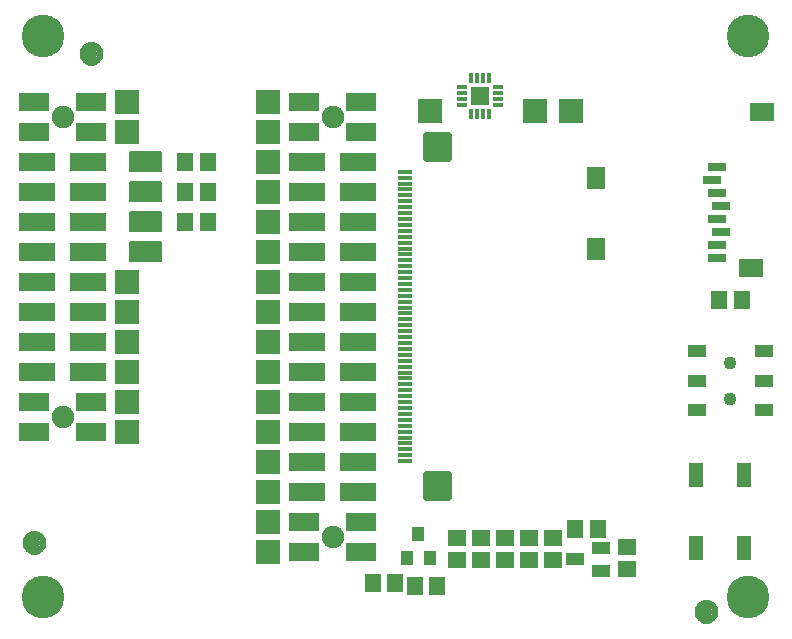
<source format=gbr>
G04 EAGLE Gerber RS-274X export*
G75*
%MOMM*%
%FSLAX34Y34*%
%LPD*%
%INSoldermask Top*%
%IPPOS*%
%AMOC8*
5,1,8,0,0,1.08239X$1,22.5*%
G01*
%ADD10R,1.601600X1.341600*%
%ADD11R,1.341600X1.601600*%
%ADD12C,0.700447*%
%ADD13R,1.300000X0.300000*%
%ADD14C,3.617600*%
%ADD15R,2.001600X1.501600*%
%ADD16R,1.501600X1.901600*%
%ADD17R,1.601600X0.801600*%
%ADD18R,2.641600X1.625600*%
%ADD19R,3.149600X1.625600*%
%ADD20C,1.901600*%
%ADD21R,1.501600X1.101600*%
%ADD22R,1.601600X1.601600*%
%ADD23R,0.880000X0.350000*%
%ADD24R,0.350000X0.880000*%
%ADD25R,1.101600X1.301600*%
%ADD26R,1.270000X1.701800*%
%ADD27R,0.736600X0.304800*%
%ADD28R,1.301600X2.101600*%
%ADD29R,2.101600X2.101600*%
%ADD30C,1.101600*%
%ADD31C,0.500000*%
%ADD32R,1.601600X1.101600*%

G36*
X124578Y384826D02*
X124578Y384826D01*
X124697Y384833D01*
X124735Y384846D01*
X124776Y384851D01*
X124886Y384894D01*
X124999Y384931D01*
X125034Y384953D01*
X125071Y384968D01*
X125167Y385038D01*
X125268Y385101D01*
X125296Y385131D01*
X125329Y385154D01*
X125405Y385246D01*
X125486Y385333D01*
X125506Y385368D01*
X125531Y385399D01*
X125582Y385507D01*
X125640Y385611D01*
X125650Y385651D01*
X125667Y385687D01*
X125689Y385804D01*
X125719Y385919D01*
X125723Y385980D01*
X125727Y386000D01*
X125725Y386020D01*
X125729Y386080D01*
X125729Y401320D01*
X125714Y401438D01*
X125707Y401557D01*
X125694Y401595D01*
X125689Y401636D01*
X125646Y401746D01*
X125609Y401859D01*
X125587Y401894D01*
X125572Y401931D01*
X125503Y402027D01*
X125439Y402128D01*
X125409Y402156D01*
X125386Y402189D01*
X125294Y402265D01*
X125207Y402346D01*
X125172Y402366D01*
X125141Y402391D01*
X125033Y402442D01*
X124929Y402500D01*
X124889Y402510D01*
X124853Y402527D01*
X124736Y402549D01*
X124621Y402579D01*
X124561Y402583D01*
X124541Y402587D01*
X124520Y402585D01*
X124460Y402589D01*
X99060Y402589D01*
X98942Y402574D01*
X98823Y402567D01*
X98785Y402554D01*
X98744Y402549D01*
X98634Y402506D01*
X98521Y402469D01*
X98486Y402447D01*
X98449Y402432D01*
X98353Y402363D01*
X98252Y402299D01*
X98224Y402269D01*
X98191Y402246D01*
X98116Y402154D01*
X98034Y402067D01*
X98014Y402032D01*
X97989Y402001D01*
X97938Y401893D01*
X97880Y401789D01*
X97870Y401749D01*
X97853Y401713D01*
X97831Y401596D01*
X97801Y401481D01*
X97797Y401421D01*
X97793Y401401D01*
X97794Y401394D01*
X97793Y401392D01*
X97794Y401376D01*
X97791Y401320D01*
X97791Y386080D01*
X97806Y385962D01*
X97813Y385843D01*
X97826Y385805D01*
X97831Y385764D01*
X97874Y385654D01*
X97911Y385541D01*
X97933Y385506D01*
X97948Y385469D01*
X98018Y385373D01*
X98081Y385272D01*
X98111Y385244D01*
X98134Y385211D01*
X98226Y385136D01*
X98313Y385054D01*
X98348Y385034D01*
X98379Y385009D01*
X98487Y384958D01*
X98591Y384900D01*
X98631Y384890D01*
X98667Y384873D01*
X98784Y384851D01*
X98899Y384821D01*
X98960Y384817D01*
X98980Y384813D01*
X99000Y384815D01*
X99060Y384811D01*
X124460Y384811D01*
X124578Y384826D01*
G37*
G36*
X124578Y359426D02*
X124578Y359426D01*
X124697Y359433D01*
X124735Y359446D01*
X124776Y359451D01*
X124886Y359494D01*
X124999Y359531D01*
X125034Y359553D01*
X125071Y359568D01*
X125167Y359638D01*
X125268Y359701D01*
X125296Y359731D01*
X125329Y359754D01*
X125405Y359846D01*
X125486Y359933D01*
X125506Y359968D01*
X125531Y359999D01*
X125582Y360107D01*
X125640Y360211D01*
X125650Y360251D01*
X125667Y360287D01*
X125689Y360404D01*
X125719Y360519D01*
X125723Y360580D01*
X125727Y360600D01*
X125725Y360620D01*
X125729Y360680D01*
X125729Y375920D01*
X125714Y376038D01*
X125707Y376157D01*
X125694Y376195D01*
X125689Y376236D01*
X125646Y376346D01*
X125609Y376459D01*
X125587Y376494D01*
X125572Y376531D01*
X125503Y376627D01*
X125439Y376728D01*
X125409Y376756D01*
X125386Y376789D01*
X125294Y376865D01*
X125207Y376946D01*
X125172Y376966D01*
X125141Y376991D01*
X125033Y377042D01*
X124929Y377100D01*
X124889Y377110D01*
X124853Y377127D01*
X124736Y377149D01*
X124621Y377179D01*
X124561Y377183D01*
X124541Y377187D01*
X124520Y377185D01*
X124460Y377189D01*
X99060Y377189D01*
X98942Y377174D01*
X98823Y377167D01*
X98785Y377154D01*
X98744Y377149D01*
X98634Y377106D01*
X98521Y377069D01*
X98486Y377047D01*
X98449Y377032D01*
X98353Y376963D01*
X98252Y376899D01*
X98224Y376869D01*
X98191Y376846D01*
X98116Y376754D01*
X98034Y376667D01*
X98014Y376632D01*
X97989Y376601D01*
X97938Y376493D01*
X97880Y376389D01*
X97870Y376349D01*
X97853Y376313D01*
X97831Y376196D01*
X97801Y376081D01*
X97797Y376021D01*
X97793Y376001D01*
X97794Y375994D01*
X97793Y375992D01*
X97794Y375976D01*
X97791Y375920D01*
X97791Y360680D01*
X97806Y360562D01*
X97813Y360443D01*
X97826Y360405D01*
X97831Y360364D01*
X97874Y360254D01*
X97911Y360141D01*
X97933Y360106D01*
X97948Y360069D01*
X98018Y359973D01*
X98081Y359872D01*
X98111Y359844D01*
X98134Y359811D01*
X98226Y359736D01*
X98313Y359654D01*
X98348Y359634D01*
X98379Y359609D01*
X98487Y359558D01*
X98591Y359500D01*
X98631Y359490D01*
X98667Y359473D01*
X98784Y359451D01*
X98899Y359421D01*
X98960Y359417D01*
X98980Y359413D01*
X99000Y359415D01*
X99060Y359411D01*
X124460Y359411D01*
X124578Y359426D01*
G37*
G36*
X124578Y334026D02*
X124578Y334026D01*
X124697Y334033D01*
X124735Y334046D01*
X124776Y334051D01*
X124886Y334094D01*
X124999Y334131D01*
X125034Y334153D01*
X125071Y334168D01*
X125167Y334238D01*
X125268Y334301D01*
X125296Y334331D01*
X125329Y334354D01*
X125405Y334446D01*
X125486Y334533D01*
X125506Y334568D01*
X125531Y334599D01*
X125582Y334707D01*
X125640Y334811D01*
X125650Y334851D01*
X125667Y334887D01*
X125689Y335004D01*
X125719Y335119D01*
X125723Y335180D01*
X125727Y335200D01*
X125725Y335220D01*
X125729Y335280D01*
X125729Y350520D01*
X125714Y350638D01*
X125707Y350757D01*
X125694Y350795D01*
X125689Y350836D01*
X125646Y350946D01*
X125609Y351059D01*
X125587Y351094D01*
X125572Y351131D01*
X125503Y351227D01*
X125439Y351328D01*
X125409Y351356D01*
X125386Y351389D01*
X125294Y351465D01*
X125207Y351546D01*
X125172Y351566D01*
X125141Y351591D01*
X125033Y351642D01*
X124929Y351700D01*
X124889Y351710D01*
X124853Y351727D01*
X124736Y351749D01*
X124621Y351779D01*
X124561Y351783D01*
X124541Y351787D01*
X124520Y351785D01*
X124460Y351789D01*
X99060Y351789D01*
X98942Y351774D01*
X98823Y351767D01*
X98785Y351754D01*
X98744Y351749D01*
X98634Y351706D01*
X98521Y351669D01*
X98486Y351647D01*
X98449Y351632D01*
X98353Y351563D01*
X98252Y351499D01*
X98224Y351469D01*
X98191Y351446D01*
X98116Y351354D01*
X98034Y351267D01*
X98014Y351232D01*
X97989Y351201D01*
X97938Y351093D01*
X97880Y350989D01*
X97870Y350949D01*
X97853Y350913D01*
X97831Y350796D01*
X97801Y350681D01*
X97797Y350621D01*
X97793Y350601D01*
X97794Y350594D01*
X97793Y350592D01*
X97794Y350576D01*
X97791Y350520D01*
X97791Y335280D01*
X97806Y335162D01*
X97813Y335043D01*
X97826Y335005D01*
X97831Y334964D01*
X97874Y334854D01*
X97911Y334741D01*
X97933Y334706D01*
X97948Y334669D01*
X98018Y334573D01*
X98081Y334472D01*
X98111Y334444D01*
X98134Y334411D01*
X98226Y334336D01*
X98313Y334254D01*
X98348Y334234D01*
X98379Y334209D01*
X98487Y334158D01*
X98591Y334100D01*
X98631Y334090D01*
X98667Y334073D01*
X98784Y334051D01*
X98899Y334021D01*
X98960Y334017D01*
X98980Y334013D01*
X99000Y334015D01*
X99060Y334011D01*
X124460Y334011D01*
X124578Y334026D01*
G37*
G36*
X124578Y308626D02*
X124578Y308626D01*
X124697Y308633D01*
X124735Y308646D01*
X124776Y308651D01*
X124886Y308694D01*
X124999Y308731D01*
X125034Y308753D01*
X125071Y308768D01*
X125167Y308838D01*
X125268Y308901D01*
X125296Y308931D01*
X125329Y308954D01*
X125405Y309046D01*
X125486Y309133D01*
X125506Y309168D01*
X125531Y309199D01*
X125582Y309307D01*
X125640Y309411D01*
X125650Y309451D01*
X125667Y309487D01*
X125689Y309604D01*
X125719Y309719D01*
X125723Y309780D01*
X125727Y309800D01*
X125725Y309820D01*
X125729Y309880D01*
X125729Y325120D01*
X125714Y325238D01*
X125707Y325357D01*
X125694Y325395D01*
X125689Y325436D01*
X125646Y325546D01*
X125609Y325659D01*
X125587Y325694D01*
X125572Y325731D01*
X125503Y325827D01*
X125439Y325928D01*
X125409Y325956D01*
X125386Y325989D01*
X125294Y326065D01*
X125207Y326146D01*
X125172Y326166D01*
X125141Y326191D01*
X125033Y326242D01*
X124929Y326300D01*
X124889Y326310D01*
X124853Y326327D01*
X124736Y326349D01*
X124621Y326379D01*
X124561Y326383D01*
X124541Y326387D01*
X124520Y326385D01*
X124460Y326389D01*
X99060Y326389D01*
X98942Y326374D01*
X98823Y326367D01*
X98785Y326354D01*
X98744Y326349D01*
X98634Y326306D01*
X98521Y326269D01*
X98486Y326247D01*
X98449Y326232D01*
X98353Y326163D01*
X98252Y326099D01*
X98224Y326069D01*
X98191Y326046D01*
X98116Y325954D01*
X98034Y325867D01*
X98014Y325832D01*
X97989Y325801D01*
X97938Y325693D01*
X97880Y325589D01*
X97870Y325549D01*
X97853Y325513D01*
X97831Y325396D01*
X97801Y325281D01*
X97797Y325221D01*
X97793Y325201D01*
X97794Y325194D01*
X97793Y325192D01*
X97794Y325176D01*
X97791Y325120D01*
X97791Y309880D01*
X97806Y309762D01*
X97813Y309643D01*
X97826Y309605D01*
X97831Y309564D01*
X97874Y309454D01*
X97911Y309341D01*
X97933Y309306D01*
X97948Y309269D01*
X98018Y309173D01*
X98081Y309072D01*
X98111Y309044D01*
X98134Y309011D01*
X98226Y308936D01*
X98313Y308854D01*
X98348Y308834D01*
X98379Y308809D01*
X98487Y308758D01*
X98591Y308700D01*
X98631Y308690D01*
X98667Y308673D01*
X98784Y308651D01*
X98899Y308621D01*
X98960Y308617D01*
X98980Y308613D01*
X99000Y308615D01*
X99060Y308611D01*
X124460Y308611D01*
X124578Y308626D01*
G37*
D10*
X396240Y56540D03*
X396240Y75540D03*
X416560Y56540D03*
X416560Y75540D03*
X436880Y56540D03*
X436880Y75540D03*
X457200Y56540D03*
X457200Y75540D03*
D11*
X597560Y276860D03*
X616560Y276860D03*
D10*
X375920Y56540D03*
X375920Y75540D03*
X519430Y67920D03*
X519430Y48920D03*
D12*
X367716Y110384D02*
X367716Y128396D01*
X367716Y110384D02*
X349704Y110384D01*
X349704Y128396D01*
X367716Y128396D01*
X367716Y117038D02*
X349704Y117038D01*
X349704Y123692D02*
X367716Y123692D01*
X367716Y397384D02*
X367716Y415396D01*
X367716Y397384D02*
X349704Y397384D01*
X349704Y415396D01*
X367716Y415396D01*
X367716Y404038D02*
X349704Y404038D01*
X349704Y410692D02*
X367716Y410692D01*
D13*
X331810Y385390D03*
X331810Y380390D03*
X331810Y375390D03*
X331810Y365390D03*
X331810Y370390D03*
X331810Y360390D03*
X331810Y355390D03*
X331810Y350390D03*
X331810Y345390D03*
X331810Y335390D03*
X331810Y340390D03*
X331810Y330390D03*
X331810Y325390D03*
X331810Y320390D03*
X331810Y315390D03*
X331810Y305390D03*
X331810Y310390D03*
X331810Y300390D03*
X331810Y295390D03*
X331810Y290390D03*
X331810Y285390D03*
X331810Y275390D03*
X331810Y280390D03*
X331810Y270390D03*
X331810Y265390D03*
X331810Y260390D03*
X331810Y255390D03*
X331810Y245390D03*
X331810Y250390D03*
X331810Y240390D03*
X331810Y235390D03*
X331810Y230390D03*
X331810Y225390D03*
X331810Y215390D03*
X331810Y220390D03*
X331810Y210390D03*
X331810Y205390D03*
X331810Y200390D03*
X331810Y195390D03*
X331810Y185390D03*
X331810Y190390D03*
X331810Y180390D03*
X331810Y175390D03*
X331810Y170390D03*
X331810Y165390D03*
X331810Y155390D03*
X331810Y160390D03*
X331810Y150390D03*
X331810Y145390D03*
X331810Y140390D03*
D14*
X622300Y25400D03*
X622300Y500380D03*
D15*
X624350Y303720D03*
X633350Y435720D03*
D16*
X493350Y319720D03*
X493350Y379720D03*
D17*
X595350Y312720D03*
X595350Y323720D03*
X599350Y334720D03*
X595350Y345720D03*
X599350Y356720D03*
X595350Y367720D03*
X591350Y378720D03*
X595350Y389720D03*
D11*
X323190Y36830D03*
X304190Y36830D03*
D18*
X246380Y63500D03*
X294640Y63500D03*
X246380Y88900D03*
X294640Y88900D03*
D19*
X292100Y114300D03*
X248920Y114300D03*
X292100Y139700D03*
X248920Y139700D03*
X292100Y165100D03*
X248920Y165100D03*
X292100Y190500D03*
X248920Y190500D03*
X292100Y215900D03*
X248920Y215900D03*
X292100Y241300D03*
X248920Y241300D03*
X292100Y266700D03*
X248920Y266700D03*
X292100Y292100D03*
X248920Y292100D03*
X292100Y317500D03*
X248920Y317500D03*
X292100Y342900D03*
X248920Y342900D03*
X292100Y368300D03*
X248920Y368300D03*
X292100Y393700D03*
X248920Y393700D03*
D18*
X294640Y419100D03*
X246380Y419100D03*
X294640Y444500D03*
X246380Y444500D03*
X17780Y165100D03*
X66040Y165100D03*
X17780Y190500D03*
X66040Y190500D03*
D19*
X63500Y215900D03*
X20320Y215900D03*
X63500Y241300D03*
X20320Y241300D03*
X63500Y266700D03*
X20320Y266700D03*
X63500Y292100D03*
X20320Y292100D03*
X63500Y317500D03*
X20320Y317500D03*
X63500Y342900D03*
X20320Y342900D03*
X63500Y368300D03*
X20320Y368300D03*
X63500Y393700D03*
X20320Y393700D03*
D18*
X66040Y419100D03*
X17780Y419100D03*
X66040Y444500D03*
X17780Y444500D03*
D20*
X41910Y177800D03*
X41910Y431800D03*
X270510Y76200D03*
X270510Y431800D03*
D21*
X475410Y57150D03*
X497410Y66650D03*
X497410Y47650D03*
D11*
X494640Y82550D03*
X475640Y82550D03*
D22*
X394970Y449580D03*
D23*
X409970Y442080D03*
X409970Y447080D03*
X409970Y452080D03*
X409970Y457080D03*
D24*
X402470Y464580D03*
X397470Y464580D03*
X392470Y464580D03*
X387470Y464580D03*
D23*
X379970Y457080D03*
X379970Y452080D03*
X379970Y447080D03*
X379970Y442080D03*
D24*
X387470Y434580D03*
X392470Y434580D03*
X397470Y434580D03*
X402470Y434580D03*
D25*
X342900Y78580D03*
X352400Y58580D03*
X333400Y58580D03*
D11*
X358750Y34290D03*
X339750Y34290D03*
X145440Y342900D03*
X164440Y342900D03*
D26*
X104140Y342900D03*
X119380Y342900D03*
D27*
X111760Y342900D03*
D28*
X618170Y128790D03*
X618170Y66790D03*
X578170Y66790D03*
X578170Y128790D03*
D14*
X25400Y25400D03*
X25400Y500380D03*
D26*
X104140Y368300D03*
X119380Y368300D03*
D27*
X111760Y368300D03*
D26*
X104140Y393700D03*
X119380Y393700D03*
D27*
X111760Y393700D03*
D11*
X145440Y393700D03*
X164440Y393700D03*
X145440Y368300D03*
X164440Y368300D03*
D29*
X353060Y436880D03*
X441960Y436880D03*
X472440Y436880D03*
D26*
X104140Y317500D03*
X119380Y317500D03*
D27*
X111760Y317500D03*
D30*
X66040Y485140D03*
D31*
X66040Y492640D02*
X65859Y492638D01*
X65678Y492631D01*
X65497Y492620D01*
X65316Y492605D01*
X65136Y492585D01*
X64956Y492561D01*
X64777Y492533D01*
X64599Y492500D01*
X64422Y492463D01*
X64245Y492422D01*
X64070Y492377D01*
X63895Y492327D01*
X63722Y492273D01*
X63551Y492215D01*
X63380Y492153D01*
X63212Y492086D01*
X63045Y492016D01*
X62879Y491942D01*
X62716Y491863D01*
X62555Y491781D01*
X62395Y491695D01*
X62238Y491605D01*
X62083Y491511D01*
X61930Y491414D01*
X61780Y491312D01*
X61632Y491208D01*
X61486Y491099D01*
X61344Y490988D01*
X61204Y490872D01*
X61067Y490754D01*
X60932Y490632D01*
X60801Y490507D01*
X60673Y490379D01*
X60548Y490248D01*
X60426Y490113D01*
X60308Y489976D01*
X60192Y489836D01*
X60081Y489694D01*
X59972Y489548D01*
X59868Y489400D01*
X59766Y489250D01*
X59669Y489097D01*
X59575Y488942D01*
X59485Y488785D01*
X59399Y488625D01*
X59317Y488464D01*
X59238Y488301D01*
X59164Y488135D01*
X59094Y487968D01*
X59027Y487800D01*
X58965Y487629D01*
X58907Y487458D01*
X58853Y487285D01*
X58803Y487110D01*
X58758Y486935D01*
X58717Y486758D01*
X58680Y486581D01*
X58647Y486403D01*
X58619Y486224D01*
X58595Y486044D01*
X58575Y485864D01*
X58560Y485683D01*
X58549Y485502D01*
X58542Y485321D01*
X58540Y485140D01*
X66040Y492640D02*
X66221Y492638D01*
X66402Y492631D01*
X66583Y492620D01*
X66764Y492605D01*
X66944Y492585D01*
X67124Y492561D01*
X67303Y492533D01*
X67481Y492500D01*
X67658Y492463D01*
X67835Y492422D01*
X68010Y492377D01*
X68185Y492327D01*
X68358Y492273D01*
X68529Y492215D01*
X68700Y492153D01*
X68868Y492086D01*
X69035Y492016D01*
X69201Y491942D01*
X69364Y491863D01*
X69525Y491781D01*
X69685Y491695D01*
X69842Y491605D01*
X69997Y491511D01*
X70150Y491414D01*
X70300Y491312D01*
X70448Y491208D01*
X70594Y491099D01*
X70736Y490988D01*
X70876Y490872D01*
X71013Y490754D01*
X71148Y490632D01*
X71279Y490507D01*
X71407Y490379D01*
X71532Y490248D01*
X71654Y490113D01*
X71772Y489976D01*
X71888Y489836D01*
X71999Y489694D01*
X72108Y489548D01*
X72212Y489400D01*
X72314Y489250D01*
X72411Y489097D01*
X72505Y488942D01*
X72595Y488785D01*
X72681Y488625D01*
X72763Y488464D01*
X72842Y488301D01*
X72916Y488135D01*
X72986Y487968D01*
X73053Y487800D01*
X73115Y487629D01*
X73173Y487458D01*
X73227Y487285D01*
X73277Y487110D01*
X73322Y486935D01*
X73363Y486758D01*
X73400Y486581D01*
X73433Y486403D01*
X73461Y486224D01*
X73485Y486044D01*
X73505Y485864D01*
X73520Y485683D01*
X73531Y485502D01*
X73538Y485321D01*
X73540Y485140D01*
X73538Y484959D01*
X73531Y484778D01*
X73520Y484597D01*
X73505Y484416D01*
X73485Y484236D01*
X73461Y484056D01*
X73433Y483877D01*
X73400Y483699D01*
X73363Y483522D01*
X73322Y483345D01*
X73277Y483170D01*
X73227Y482995D01*
X73173Y482822D01*
X73115Y482651D01*
X73053Y482480D01*
X72986Y482312D01*
X72916Y482145D01*
X72842Y481979D01*
X72763Y481816D01*
X72681Y481655D01*
X72595Y481495D01*
X72505Y481338D01*
X72411Y481183D01*
X72314Y481030D01*
X72212Y480880D01*
X72108Y480732D01*
X71999Y480586D01*
X71888Y480444D01*
X71772Y480304D01*
X71654Y480167D01*
X71532Y480032D01*
X71407Y479901D01*
X71279Y479773D01*
X71148Y479648D01*
X71013Y479526D01*
X70876Y479408D01*
X70736Y479292D01*
X70594Y479181D01*
X70448Y479072D01*
X70300Y478968D01*
X70150Y478866D01*
X69997Y478769D01*
X69842Y478675D01*
X69685Y478585D01*
X69525Y478499D01*
X69364Y478417D01*
X69201Y478338D01*
X69035Y478264D01*
X68868Y478194D01*
X68700Y478127D01*
X68529Y478065D01*
X68358Y478007D01*
X68185Y477953D01*
X68010Y477903D01*
X67835Y477858D01*
X67658Y477817D01*
X67481Y477780D01*
X67303Y477747D01*
X67124Y477719D01*
X66944Y477695D01*
X66764Y477675D01*
X66583Y477660D01*
X66402Y477649D01*
X66221Y477642D01*
X66040Y477640D01*
X65859Y477642D01*
X65678Y477649D01*
X65497Y477660D01*
X65316Y477675D01*
X65136Y477695D01*
X64956Y477719D01*
X64777Y477747D01*
X64599Y477780D01*
X64422Y477817D01*
X64245Y477858D01*
X64070Y477903D01*
X63895Y477953D01*
X63722Y478007D01*
X63551Y478065D01*
X63380Y478127D01*
X63212Y478194D01*
X63045Y478264D01*
X62879Y478338D01*
X62716Y478417D01*
X62555Y478499D01*
X62395Y478585D01*
X62238Y478675D01*
X62083Y478769D01*
X61930Y478866D01*
X61780Y478968D01*
X61632Y479072D01*
X61486Y479181D01*
X61344Y479292D01*
X61204Y479408D01*
X61067Y479526D01*
X60932Y479648D01*
X60801Y479773D01*
X60673Y479901D01*
X60548Y480032D01*
X60426Y480167D01*
X60308Y480304D01*
X60192Y480444D01*
X60081Y480586D01*
X59972Y480732D01*
X59868Y480880D01*
X59766Y481030D01*
X59669Y481183D01*
X59575Y481338D01*
X59485Y481495D01*
X59399Y481655D01*
X59317Y481816D01*
X59238Y481979D01*
X59164Y482145D01*
X59094Y482312D01*
X59027Y482480D01*
X58965Y482651D01*
X58907Y482822D01*
X58853Y482995D01*
X58803Y483170D01*
X58758Y483345D01*
X58717Y483522D01*
X58680Y483699D01*
X58647Y483877D01*
X58619Y484056D01*
X58595Y484236D01*
X58575Y484416D01*
X58560Y484597D01*
X58549Y484778D01*
X58542Y484959D01*
X58540Y485140D01*
D30*
X586740Y12700D03*
D31*
X586740Y20200D02*
X586559Y20198D01*
X586378Y20191D01*
X586197Y20180D01*
X586016Y20165D01*
X585836Y20145D01*
X585656Y20121D01*
X585477Y20093D01*
X585299Y20060D01*
X585122Y20023D01*
X584945Y19982D01*
X584770Y19937D01*
X584595Y19887D01*
X584422Y19833D01*
X584251Y19775D01*
X584080Y19713D01*
X583912Y19646D01*
X583745Y19576D01*
X583579Y19502D01*
X583416Y19423D01*
X583255Y19341D01*
X583095Y19255D01*
X582938Y19165D01*
X582783Y19071D01*
X582630Y18974D01*
X582480Y18872D01*
X582332Y18768D01*
X582186Y18659D01*
X582044Y18548D01*
X581904Y18432D01*
X581767Y18314D01*
X581632Y18192D01*
X581501Y18067D01*
X581373Y17939D01*
X581248Y17808D01*
X581126Y17673D01*
X581008Y17536D01*
X580892Y17396D01*
X580781Y17254D01*
X580672Y17108D01*
X580568Y16960D01*
X580466Y16810D01*
X580369Y16657D01*
X580275Y16502D01*
X580185Y16345D01*
X580099Y16185D01*
X580017Y16024D01*
X579938Y15861D01*
X579864Y15695D01*
X579794Y15528D01*
X579727Y15360D01*
X579665Y15189D01*
X579607Y15018D01*
X579553Y14845D01*
X579503Y14670D01*
X579458Y14495D01*
X579417Y14318D01*
X579380Y14141D01*
X579347Y13963D01*
X579319Y13784D01*
X579295Y13604D01*
X579275Y13424D01*
X579260Y13243D01*
X579249Y13062D01*
X579242Y12881D01*
X579240Y12700D01*
X586740Y20200D02*
X586921Y20198D01*
X587102Y20191D01*
X587283Y20180D01*
X587464Y20165D01*
X587644Y20145D01*
X587824Y20121D01*
X588003Y20093D01*
X588181Y20060D01*
X588358Y20023D01*
X588535Y19982D01*
X588710Y19937D01*
X588885Y19887D01*
X589058Y19833D01*
X589229Y19775D01*
X589400Y19713D01*
X589568Y19646D01*
X589735Y19576D01*
X589901Y19502D01*
X590064Y19423D01*
X590225Y19341D01*
X590385Y19255D01*
X590542Y19165D01*
X590697Y19071D01*
X590850Y18974D01*
X591000Y18872D01*
X591148Y18768D01*
X591294Y18659D01*
X591436Y18548D01*
X591576Y18432D01*
X591713Y18314D01*
X591848Y18192D01*
X591979Y18067D01*
X592107Y17939D01*
X592232Y17808D01*
X592354Y17673D01*
X592472Y17536D01*
X592588Y17396D01*
X592699Y17254D01*
X592808Y17108D01*
X592912Y16960D01*
X593014Y16810D01*
X593111Y16657D01*
X593205Y16502D01*
X593295Y16345D01*
X593381Y16185D01*
X593463Y16024D01*
X593542Y15861D01*
X593616Y15695D01*
X593686Y15528D01*
X593753Y15360D01*
X593815Y15189D01*
X593873Y15018D01*
X593927Y14845D01*
X593977Y14670D01*
X594022Y14495D01*
X594063Y14318D01*
X594100Y14141D01*
X594133Y13963D01*
X594161Y13784D01*
X594185Y13604D01*
X594205Y13424D01*
X594220Y13243D01*
X594231Y13062D01*
X594238Y12881D01*
X594240Y12700D01*
X594238Y12519D01*
X594231Y12338D01*
X594220Y12157D01*
X594205Y11976D01*
X594185Y11796D01*
X594161Y11616D01*
X594133Y11437D01*
X594100Y11259D01*
X594063Y11082D01*
X594022Y10905D01*
X593977Y10730D01*
X593927Y10555D01*
X593873Y10382D01*
X593815Y10211D01*
X593753Y10040D01*
X593686Y9872D01*
X593616Y9705D01*
X593542Y9539D01*
X593463Y9376D01*
X593381Y9215D01*
X593295Y9055D01*
X593205Y8898D01*
X593111Y8743D01*
X593014Y8590D01*
X592912Y8440D01*
X592808Y8292D01*
X592699Y8146D01*
X592588Y8004D01*
X592472Y7864D01*
X592354Y7727D01*
X592232Y7592D01*
X592107Y7461D01*
X591979Y7333D01*
X591848Y7208D01*
X591713Y7086D01*
X591576Y6968D01*
X591436Y6852D01*
X591294Y6741D01*
X591148Y6632D01*
X591000Y6528D01*
X590850Y6426D01*
X590697Y6329D01*
X590542Y6235D01*
X590385Y6145D01*
X590225Y6059D01*
X590064Y5977D01*
X589901Y5898D01*
X589735Y5824D01*
X589568Y5754D01*
X589400Y5687D01*
X589229Y5625D01*
X589058Y5567D01*
X588885Y5513D01*
X588710Y5463D01*
X588535Y5418D01*
X588358Y5377D01*
X588181Y5340D01*
X588003Y5307D01*
X587824Y5279D01*
X587644Y5255D01*
X587464Y5235D01*
X587283Y5220D01*
X587102Y5209D01*
X586921Y5202D01*
X586740Y5200D01*
X586559Y5202D01*
X586378Y5209D01*
X586197Y5220D01*
X586016Y5235D01*
X585836Y5255D01*
X585656Y5279D01*
X585477Y5307D01*
X585299Y5340D01*
X585122Y5377D01*
X584945Y5418D01*
X584770Y5463D01*
X584595Y5513D01*
X584422Y5567D01*
X584251Y5625D01*
X584080Y5687D01*
X583912Y5754D01*
X583745Y5824D01*
X583579Y5898D01*
X583416Y5977D01*
X583255Y6059D01*
X583095Y6145D01*
X582938Y6235D01*
X582783Y6329D01*
X582630Y6426D01*
X582480Y6528D01*
X582332Y6632D01*
X582186Y6741D01*
X582044Y6852D01*
X581904Y6968D01*
X581767Y7086D01*
X581632Y7208D01*
X581501Y7333D01*
X581373Y7461D01*
X581248Y7592D01*
X581126Y7727D01*
X581008Y7864D01*
X580892Y8004D01*
X580781Y8146D01*
X580672Y8292D01*
X580568Y8440D01*
X580466Y8590D01*
X580369Y8743D01*
X580275Y8898D01*
X580185Y9055D01*
X580099Y9215D01*
X580017Y9376D01*
X579938Y9539D01*
X579864Y9705D01*
X579794Y9872D01*
X579727Y10040D01*
X579665Y10211D01*
X579607Y10382D01*
X579553Y10555D01*
X579503Y10730D01*
X579458Y10905D01*
X579417Y11082D01*
X579380Y11259D01*
X579347Y11437D01*
X579319Y11616D01*
X579295Y11796D01*
X579275Y11976D01*
X579260Y12157D01*
X579249Y12338D01*
X579242Y12519D01*
X579240Y12700D01*
D30*
X17780Y71120D03*
D31*
X17780Y78620D02*
X17599Y78618D01*
X17418Y78611D01*
X17237Y78600D01*
X17056Y78585D01*
X16876Y78565D01*
X16696Y78541D01*
X16517Y78513D01*
X16339Y78480D01*
X16162Y78443D01*
X15985Y78402D01*
X15810Y78357D01*
X15635Y78307D01*
X15462Y78253D01*
X15291Y78195D01*
X15120Y78133D01*
X14952Y78066D01*
X14785Y77996D01*
X14619Y77922D01*
X14456Y77843D01*
X14295Y77761D01*
X14135Y77675D01*
X13978Y77585D01*
X13823Y77491D01*
X13670Y77394D01*
X13520Y77292D01*
X13372Y77188D01*
X13226Y77079D01*
X13084Y76968D01*
X12944Y76852D01*
X12807Y76734D01*
X12672Y76612D01*
X12541Y76487D01*
X12413Y76359D01*
X12288Y76228D01*
X12166Y76093D01*
X12048Y75956D01*
X11932Y75816D01*
X11821Y75674D01*
X11712Y75528D01*
X11608Y75380D01*
X11506Y75230D01*
X11409Y75077D01*
X11315Y74922D01*
X11225Y74765D01*
X11139Y74605D01*
X11057Y74444D01*
X10978Y74281D01*
X10904Y74115D01*
X10834Y73948D01*
X10767Y73780D01*
X10705Y73609D01*
X10647Y73438D01*
X10593Y73265D01*
X10543Y73090D01*
X10498Y72915D01*
X10457Y72738D01*
X10420Y72561D01*
X10387Y72383D01*
X10359Y72204D01*
X10335Y72024D01*
X10315Y71844D01*
X10300Y71663D01*
X10289Y71482D01*
X10282Y71301D01*
X10280Y71120D01*
X17780Y78620D02*
X17961Y78618D01*
X18142Y78611D01*
X18323Y78600D01*
X18504Y78585D01*
X18684Y78565D01*
X18864Y78541D01*
X19043Y78513D01*
X19221Y78480D01*
X19398Y78443D01*
X19575Y78402D01*
X19750Y78357D01*
X19925Y78307D01*
X20098Y78253D01*
X20269Y78195D01*
X20440Y78133D01*
X20608Y78066D01*
X20775Y77996D01*
X20941Y77922D01*
X21104Y77843D01*
X21265Y77761D01*
X21425Y77675D01*
X21582Y77585D01*
X21737Y77491D01*
X21890Y77394D01*
X22040Y77292D01*
X22188Y77188D01*
X22334Y77079D01*
X22476Y76968D01*
X22616Y76852D01*
X22753Y76734D01*
X22888Y76612D01*
X23019Y76487D01*
X23147Y76359D01*
X23272Y76228D01*
X23394Y76093D01*
X23512Y75956D01*
X23628Y75816D01*
X23739Y75674D01*
X23848Y75528D01*
X23952Y75380D01*
X24054Y75230D01*
X24151Y75077D01*
X24245Y74922D01*
X24335Y74765D01*
X24421Y74605D01*
X24503Y74444D01*
X24582Y74281D01*
X24656Y74115D01*
X24726Y73948D01*
X24793Y73780D01*
X24855Y73609D01*
X24913Y73438D01*
X24967Y73265D01*
X25017Y73090D01*
X25062Y72915D01*
X25103Y72738D01*
X25140Y72561D01*
X25173Y72383D01*
X25201Y72204D01*
X25225Y72024D01*
X25245Y71844D01*
X25260Y71663D01*
X25271Y71482D01*
X25278Y71301D01*
X25280Y71120D01*
X25278Y70939D01*
X25271Y70758D01*
X25260Y70577D01*
X25245Y70396D01*
X25225Y70216D01*
X25201Y70036D01*
X25173Y69857D01*
X25140Y69679D01*
X25103Y69502D01*
X25062Y69325D01*
X25017Y69150D01*
X24967Y68975D01*
X24913Y68802D01*
X24855Y68631D01*
X24793Y68460D01*
X24726Y68292D01*
X24656Y68125D01*
X24582Y67959D01*
X24503Y67796D01*
X24421Y67635D01*
X24335Y67475D01*
X24245Y67318D01*
X24151Y67163D01*
X24054Y67010D01*
X23952Y66860D01*
X23848Y66712D01*
X23739Y66566D01*
X23628Y66424D01*
X23512Y66284D01*
X23394Y66147D01*
X23272Y66012D01*
X23147Y65881D01*
X23019Y65753D01*
X22888Y65628D01*
X22753Y65506D01*
X22616Y65388D01*
X22476Y65272D01*
X22334Y65161D01*
X22188Y65052D01*
X22040Y64948D01*
X21890Y64846D01*
X21737Y64749D01*
X21582Y64655D01*
X21425Y64565D01*
X21265Y64479D01*
X21104Y64397D01*
X20941Y64318D01*
X20775Y64244D01*
X20608Y64174D01*
X20440Y64107D01*
X20269Y64045D01*
X20098Y63987D01*
X19925Y63933D01*
X19750Y63883D01*
X19575Y63838D01*
X19398Y63797D01*
X19221Y63760D01*
X19043Y63727D01*
X18864Y63699D01*
X18684Y63675D01*
X18504Y63655D01*
X18323Y63640D01*
X18142Y63629D01*
X17961Y63622D01*
X17780Y63620D01*
X17599Y63622D01*
X17418Y63629D01*
X17237Y63640D01*
X17056Y63655D01*
X16876Y63675D01*
X16696Y63699D01*
X16517Y63727D01*
X16339Y63760D01*
X16162Y63797D01*
X15985Y63838D01*
X15810Y63883D01*
X15635Y63933D01*
X15462Y63987D01*
X15291Y64045D01*
X15120Y64107D01*
X14952Y64174D01*
X14785Y64244D01*
X14619Y64318D01*
X14456Y64397D01*
X14295Y64479D01*
X14135Y64565D01*
X13978Y64655D01*
X13823Y64749D01*
X13670Y64846D01*
X13520Y64948D01*
X13372Y65052D01*
X13226Y65161D01*
X13084Y65272D01*
X12944Y65388D01*
X12807Y65506D01*
X12672Y65628D01*
X12541Y65753D01*
X12413Y65881D01*
X12288Y66012D01*
X12166Y66147D01*
X12048Y66284D01*
X11932Y66424D01*
X11821Y66566D01*
X11712Y66712D01*
X11608Y66860D01*
X11506Y67010D01*
X11409Y67163D01*
X11315Y67318D01*
X11225Y67475D01*
X11139Y67635D01*
X11057Y67796D01*
X10978Y67959D01*
X10904Y68125D01*
X10834Y68292D01*
X10767Y68460D01*
X10705Y68631D01*
X10647Y68802D01*
X10593Y68975D01*
X10543Y69150D01*
X10498Y69325D01*
X10457Y69502D01*
X10420Y69679D01*
X10387Y69857D01*
X10359Y70036D01*
X10335Y70216D01*
X10315Y70396D01*
X10300Y70577D01*
X10289Y70758D01*
X10282Y70939D01*
X10280Y71120D01*
D32*
X579060Y183280D03*
X579060Y208280D03*
X579060Y233280D03*
X635060Y233280D03*
X635060Y208280D03*
X635060Y183280D03*
D30*
X607060Y223280D03*
X607060Y193280D03*
D29*
X215900Y63500D03*
X215900Y88900D03*
X215900Y114300D03*
X215900Y139700D03*
X215900Y165100D03*
X215900Y190500D03*
X215900Y215900D03*
X215900Y241300D03*
X215900Y266700D03*
X215900Y292100D03*
X215900Y317500D03*
X215900Y342900D03*
X215900Y368300D03*
X215900Y393700D03*
X215900Y419100D03*
X215900Y444500D03*
X96520Y165100D03*
X96520Y190500D03*
X96520Y215900D03*
X96520Y241300D03*
X96520Y266700D03*
X96520Y292100D03*
X96520Y419100D03*
X96520Y444500D03*
M02*

</source>
